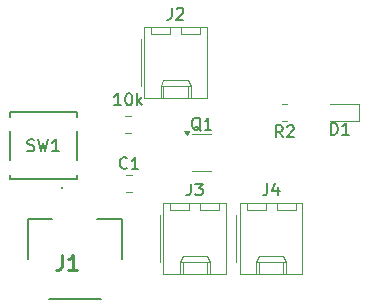
<source format=gto>
%TF.GenerationSoftware,KiCad,Pcbnew,8.0.0*%
%TF.CreationDate,2024-03-04T01:03:27-06:00*%
%TF.ProjectId,Haptic Feeback board,48617074-6963-4204-9665-656261636b20,rev?*%
%TF.SameCoordinates,Original*%
%TF.FileFunction,Legend,Top*%
%TF.FilePolarity,Positive*%
%FSLAX46Y46*%
G04 Gerber Fmt 4.6, Leading zero omitted, Abs format (unit mm)*
G04 Created by KiCad (PCBNEW 8.0.0) date 2024-03-04 01:03:27*
%MOMM*%
%LPD*%
G01*
G04 APERTURE LIST*
%ADD10C,0.150000*%
%ADD11C,0.254000*%
%ADD12C,0.152400*%
%ADD13C,0.120000*%
%ADD14C,0.200000*%
G04 APERTURE END LIST*
D10*
X129725318Y-94924801D02*
X129868175Y-94972420D01*
X129868175Y-94972420D02*
X130106270Y-94972420D01*
X130106270Y-94972420D02*
X130201508Y-94924801D01*
X130201508Y-94924801D02*
X130249127Y-94877181D01*
X130249127Y-94877181D02*
X130296746Y-94781943D01*
X130296746Y-94781943D02*
X130296746Y-94686705D01*
X130296746Y-94686705D02*
X130249127Y-94591467D01*
X130249127Y-94591467D02*
X130201508Y-94543848D01*
X130201508Y-94543848D02*
X130106270Y-94496229D01*
X130106270Y-94496229D02*
X129915794Y-94448610D01*
X129915794Y-94448610D02*
X129820556Y-94400991D01*
X129820556Y-94400991D02*
X129772937Y-94353372D01*
X129772937Y-94353372D02*
X129725318Y-94258134D01*
X129725318Y-94258134D02*
X129725318Y-94162896D01*
X129725318Y-94162896D02*
X129772937Y-94067658D01*
X129772937Y-94067658D02*
X129820556Y-94020039D01*
X129820556Y-94020039D02*
X129915794Y-93972420D01*
X129915794Y-93972420D02*
X130153889Y-93972420D01*
X130153889Y-93972420D02*
X130296746Y-94020039D01*
X130630080Y-93972420D02*
X130868175Y-94972420D01*
X130868175Y-94972420D02*
X131058651Y-94258134D01*
X131058651Y-94258134D02*
X131249127Y-94972420D01*
X131249127Y-94972420D02*
X131487223Y-93972420D01*
X132391984Y-94972420D02*
X131820556Y-94972420D01*
X132106270Y-94972420D02*
X132106270Y-93972420D01*
X132106270Y-93972420D02*
X132011032Y-94115277D01*
X132011032Y-94115277D02*
X131915794Y-94210515D01*
X131915794Y-94210515D02*
X131820556Y-94258134D01*
X143557666Y-97722219D02*
X143557666Y-98436504D01*
X143557666Y-98436504D02*
X143510047Y-98579361D01*
X143510047Y-98579361D02*
X143414809Y-98674600D01*
X143414809Y-98674600D02*
X143271952Y-98722219D01*
X143271952Y-98722219D02*
X143176714Y-98722219D01*
X143938619Y-97722219D02*
X144557666Y-97722219D01*
X144557666Y-97722219D02*
X144224333Y-98103171D01*
X144224333Y-98103171D02*
X144367190Y-98103171D01*
X144367190Y-98103171D02*
X144462428Y-98150790D01*
X144462428Y-98150790D02*
X144510047Y-98198409D01*
X144510047Y-98198409D02*
X144557666Y-98293647D01*
X144557666Y-98293647D02*
X144557666Y-98531742D01*
X144557666Y-98531742D02*
X144510047Y-98626980D01*
X144510047Y-98626980D02*
X144462428Y-98674600D01*
X144462428Y-98674600D02*
X144367190Y-98722219D01*
X144367190Y-98722219D02*
X144081476Y-98722219D01*
X144081476Y-98722219D02*
X143986238Y-98674600D01*
X143986238Y-98674600D02*
X143938619Y-98626980D01*
X138161733Y-96393380D02*
X138114114Y-96441000D01*
X138114114Y-96441000D02*
X137971257Y-96488619D01*
X137971257Y-96488619D02*
X137876019Y-96488619D01*
X137876019Y-96488619D02*
X137733162Y-96441000D01*
X137733162Y-96441000D02*
X137637924Y-96345761D01*
X137637924Y-96345761D02*
X137590305Y-96250523D01*
X137590305Y-96250523D02*
X137542686Y-96060047D01*
X137542686Y-96060047D02*
X137542686Y-95917190D01*
X137542686Y-95917190D02*
X137590305Y-95726714D01*
X137590305Y-95726714D02*
X137637924Y-95631476D01*
X137637924Y-95631476D02*
X137733162Y-95536238D01*
X137733162Y-95536238D02*
X137876019Y-95488619D01*
X137876019Y-95488619D02*
X137971257Y-95488619D01*
X137971257Y-95488619D02*
X138114114Y-95536238D01*
X138114114Y-95536238D02*
X138161733Y-95583857D01*
X139114114Y-96488619D02*
X138542686Y-96488619D01*
X138828400Y-96488619D02*
X138828400Y-95488619D01*
X138828400Y-95488619D02*
X138733162Y-95631476D01*
X138733162Y-95631476D02*
X138637924Y-95726714D01*
X138637924Y-95726714D02*
X138542686Y-95774333D01*
X155426905Y-93578819D02*
X155426905Y-92578819D01*
X155426905Y-92578819D02*
X155665000Y-92578819D01*
X155665000Y-92578819D02*
X155807857Y-92626438D01*
X155807857Y-92626438D02*
X155903095Y-92721676D01*
X155903095Y-92721676D02*
X155950714Y-92816914D01*
X155950714Y-92816914D02*
X155998333Y-93007390D01*
X155998333Y-93007390D02*
X155998333Y-93150247D01*
X155998333Y-93150247D02*
X155950714Y-93340723D01*
X155950714Y-93340723D02*
X155903095Y-93435961D01*
X155903095Y-93435961D02*
X155807857Y-93531200D01*
X155807857Y-93531200D02*
X155665000Y-93578819D01*
X155665000Y-93578819D02*
X155426905Y-93578819D01*
X156950714Y-93578819D02*
X156379286Y-93578819D01*
X156665000Y-93578819D02*
X156665000Y-92578819D01*
X156665000Y-92578819D02*
X156569762Y-92721676D01*
X156569762Y-92721676D02*
X156474524Y-92816914D01*
X156474524Y-92816914D02*
X156379286Y-92864533D01*
X150034666Y-97696819D02*
X150034666Y-98411104D01*
X150034666Y-98411104D02*
X149987047Y-98553961D01*
X149987047Y-98553961D02*
X149891809Y-98649200D01*
X149891809Y-98649200D02*
X149748952Y-98696819D01*
X149748952Y-98696819D02*
X149653714Y-98696819D01*
X150939428Y-98030152D02*
X150939428Y-98696819D01*
X150701333Y-97649200D02*
X150463238Y-98363485D01*
X150463238Y-98363485D02*
X151082285Y-98363485D01*
X141932066Y-82832419D02*
X141932066Y-83546704D01*
X141932066Y-83546704D02*
X141884447Y-83689561D01*
X141884447Y-83689561D02*
X141789209Y-83784800D01*
X141789209Y-83784800D02*
X141646352Y-83832419D01*
X141646352Y-83832419D02*
X141551114Y-83832419D01*
X142360638Y-82927657D02*
X142408257Y-82880038D01*
X142408257Y-82880038D02*
X142503495Y-82832419D01*
X142503495Y-82832419D02*
X142741590Y-82832419D01*
X142741590Y-82832419D02*
X142836828Y-82880038D01*
X142836828Y-82880038D02*
X142884447Y-82927657D01*
X142884447Y-82927657D02*
X142932066Y-83022895D01*
X142932066Y-83022895D02*
X142932066Y-83118133D01*
X142932066Y-83118133D02*
X142884447Y-83260990D01*
X142884447Y-83260990D02*
X142313019Y-83832419D01*
X142313019Y-83832419D02*
X142932066Y-83832419D01*
D11*
X132661667Y-103783918D02*
X132661667Y-104691061D01*
X132661667Y-104691061D02*
X132601190Y-104872489D01*
X132601190Y-104872489D02*
X132480238Y-104993442D01*
X132480238Y-104993442D02*
X132298809Y-105053918D01*
X132298809Y-105053918D02*
X132177857Y-105053918D01*
X133931667Y-105053918D02*
X133205952Y-105053918D01*
X133568809Y-105053918D02*
X133568809Y-103783918D01*
X133568809Y-103783918D02*
X133447857Y-103965346D01*
X133447857Y-103965346D02*
X133326905Y-104086299D01*
X133326905Y-104086299D02*
X133205952Y-104146775D01*
D10*
X151344333Y-93798819D02*
X151011000Y-93322628D01*
X150772905Y-93798819D02*
X150772905Y-92798819D01*
X150772905Y-92798819D02*
X151153857Y-92798819D01*
X151153857Y-92798819D02*
X151249095Y-92846438D01*
X151249095Y-92846438D02*
X151296714Y-92894057D01*
X151296714Y-92894057D02*
X151344333Y-92989295D01*
X151344333Y-92989295D02*
X151344333Y-93132152D01*
X151344333Y-93132152D02*
X151296714Y-93227390D01*
X151296714Y-93227390D02*
X151249095Y-93275009D01*
X151249095Y-93275009D02*
X151153857Y-93322628D01*
X151153857Y-93322628D02*
X150772905Y-93322628D01*
X151725286Y-92894057D02*
X151772905Y-92846438D01*
X151772905Y-92846438D02*
X151868143Y-92798819D01*
X151868143Y-92798819D02*
X152106238Y-92798819D01*
X152106238Y-92798819D02*
X152201476Y-92846438D01*
X152201476Y-92846438D02*
X152249095Y-92894057D01*
X152249095Y-92894057D02*
X152296714Y-92989295D01*
X152296714Y-92989295D02*
X152296714Y-93084533D01*
X152296714Y-93084533D02*
X152249095Y-93227390D01*
X152249095Y-93227390D02*
X151677667Y-93798819D01*
X151677667Y-93798819D02*
X152296714Y-93798819D01*
X144407661Y-93247657D02*
X144312423Y-93200038D01*
X144312423Y-93200038D02*
X144217185Y-93104800D01*
X144217185Y-93104800D02*
X144074328Y-92961942D01*
X144074328Y-92961942D02*
X143979090Y-92914323D01*
X143979090Y-92914323D02*
X143883852Y-92914323D01*
X143931471Y-93152419D02*
X143836233Y-93104800D01*
X143836233Y-93104800D02*
X143740995Y-93009561D01*
X143740995Y-93009561D02*
X143693376Y-92819085D01*
X143693376Y-92819085D02*
X143693376Y-92485752D01*
X143693376Y-92485752D02*
X143740995Y-92295276D01*
X143740995Y-92295276D02*
X143836233Y-92200038D01*
X143836233Y-92200038D02*
X143931471Y-92152419D01*
X143931471Y-92152419D02*
X144121947Y-92152419D01*
X144121947Y-92152419D02*
X144217185Y-92200038D01*
X144217185Y-92200038D02*
X144312423Y-92295276D01*
X144312423Y-92295276D02*
X144360042Y-92485752D01*
X144360042Y-92485752D02*
X144360042Y-92819085D01*
X144360042Y-92819085D02*
X144312423Y-93009561D01*
X144312423Y-93009561D02*
X144217185Y-93104800D01*
X144217185Y-93104800D02*
X144121947Y-93152419D01*
X144121947Y-93152419D02*
X143931471Y-93152419D01*
X145312423Y-93152419D02*
X144740995Y-93152419D01*
X145026709Y-93152419D02*
X145026709Y-92152419D01*
X145026709Y-92152419D02*
X144931471Y-92295276D01*
X144931471Y-92295276D02*
X144836233Y-92390514D01*
X144836233Y-92390514D02*
X144740995Y-92438133D01*
X137647561Y-91082019D02*
X137076133Y-91082019D01*
X137361847Y-91082019D02*
X137361847Y-90082019D01*
X137361847Y-90082019D02*
X137266609Y-90224876D01*
X137266609Y-90224876D02*
X137171371Y-90320114D01*
X137171371Y-90320114D02*
X137076133Y-90367733D01*
X138266609Y-90082019D02*
X138361847Y-90082019D01*
X138361847Y-90082019D02*
X138457085Y-90129638D01*
X138457085Y-90129638D02*
X138504704Y-90177257D01*
X138504704Y-90177257D02*
X138552323Y-90272495D01*
X138552323Y-90272495D02*
X138599942Y-90462971D01*
X138599942Y-90462971D02*
X138599942Y-90701066D01*
X138599942Y-90701066D02*
X138552323Y-90891542D01*
X138552323Y-90891542D02*
X138504704Y-90986780D01*
X138504704Y-90986780D02*
X138457085Y-91034400D01*
X138457085Y-91034400D02*
X138361847Y-91082019D01*
X138361847Y-91082019D02*
X138266609Y-91082019D01*
X138266609Y-91082019D02*
X138171371Y-91034400D01*
X138171371Y-91034400D02*
X138123752Y-90986780D01*
X138123752Y-90986780D02*
X138076133Y-90891542D01*
X138076133Y-90891542D02*
X138028514Y-90701066D01*
X138028514Y-90701066D02*
X138028514Y-90462971D01*
X138028514Y-90462971D02*
X138076133Y-90272495D01*
X138076133Y-90272495D02*
X138123752Y-90177257D01*
X138123752Y-90177257D02*
X138171371Y-90129638D01*
X138171371Y-90129638D02*
X138266609Y-90082019D01*
X139028514Y-91082019D02*
X139028514Y-90082019D01*
X139123752Y-90701066D02*
X139409466Y-91082019D01*
X139409466Y-90415352D02*
X139028514Y-90796304D01*
D12*
%TO.C,SW1*%
X128226551Y-91685501D02*
X128226551Y-92055462D01*
X128226551Y-93279742D02*
X128226551Y-95755460D01*
X128226551Y-96979740D02*
X128226551Y-97349701D01*
X128226551Y-97349701D02*
X133890751Y-97349701D01*
X133890751Y-91685501D02*
X128226551Y-91685501D01*
X133890751Y-92055462D02*
X133890751Y-91685501D01*
X133890751Y-95755460D02*
X133890751Y-93279742D01*
X133890751Y-97349701D02*
X133890751Y-96979740D01*
D13*
%TO.C,J3*%
X140951000Y-100387400D02*
X140951000Y-104387400D01*
X141241000Y-99357400D02*
X141241000Y-105377400D01*
X141241000Y-105377400D02*
X146541000Y-105377400D01*
X141821000Y-99357400D02*
X141821000Y-99957400D01*
X141821000Y-99957400D02*
X143421000Y-99957400D01*
X142621000Y-104377400D02*
X142871000Y-103847400D01*
X142621000Y-104377400D02*
X145161000Y-104377400D01*
X142621000Y-105377400D02*
X142621000Y-104377400D01*
X142871000Y-103847400D02*
X144911000Y-103847400D01*
X142871000Y-105377400D02*
X142871000Y-104377400D01*
X143421000Y-99957400D02*
X143421000Y-99357400D01*
X144361000Y-99357400D02*
X144361000Y-99957400D01*
X144361000Y-99957400D02*
X145961000Y-99957400D01*
X144911000Y-103847400D02*
X145161000Y-104377400D01*
X144911000Y-105377400D02*
X144911000Y-104377400D01*
X145161000Y-104377400D02*
X145161000Y-105377400D01*
X145961000Y-99957400D02*
X145961000Y-99357400D01*
X146541000Y-99357400D02*
X141241000Y-99357400D01*
X146541000Y-105377400D02*
X146541000Y-99357400D01*
%TO.C,C1*%
X138067148Y-96978800D02*
X138589652Y-96978800D01*
X138067148Y-98448800D02*
X138589652Y-98448800D01*
%TO.C,D1*%
X155365000Y-92429000D02*
X157825000Y-92429000D01*
X157825000Y-90959000D02*
X155365000Y-90959000D01*
X157825000Y-92429000D02*
X157825000Y-90959000D01*
%TO.C,J4*%
X147428000Y-100362000D02*
X147428000Y-104362000D01*
X147718000Y-99332000D02*
X147718000Y-105352000D01*
X147718000Y-105352000D02*
X153018000Y-105352000D01*
X148298000Y-99332000D02*
X148298000Y-99932000D01*
X148298000Y-99932000D02*
X149898000Y-99932000D01*
X149098000Y-104352000D02*
X149348000Y-103822000D01*
X149098000Y-104352000D02*
X151638000Y-104352000D01*
X149098000Y-105352000D02*
X149098000Y-104352000D01*
X149348000Y-103822000D02*
X151388000Y-103822000D01*
X149348000Y-105352000D02*
X149348000Y-104352000D01*
X149898000Y-99932000D02*
X149898000Y-99332000D01*
X150838000Y-99332000D02*
X150838000Y-99932000D01*
X150838000Y-99932000D02*
X152438000Y-99932000D01*
X151388000Y-103822000D02*
X151638000Y-104352000D01*
X151388000Y-105352000D02*
X151388000Y-104352000D01*
X151638000Y-104352000D02*
X151638000Y-105352000D01*
X152438000Y-99932000D02*
X152438000Y-99332000D01*
X153018000Y-99332000D02*
X147718000Y-99332000D01*
X153018000Y-105352000D02*
X153018000Y-99332000D01*
%TO.C,J2*%
X139325400Y-85497600D02*
X139325400Y-89497600D01*
X139615400Y-84467600D02*
X139615400Y-90487600D01*
X139615400Y-90487600D02*
X144915400Y-90487600D01*
X140195400Y-84467600D02*
X140195400Y-85067600D01*
X140195400Y-85067600D02*
X141795400Y-85067600D01*
X140995400Y-89487600D02*
X141245400Y-88957600D01*
X140995400Y-89487600D02*
X143535400Y-89487600D01*
X140995400Y-90487600D02*
X140995400Y-89487600D01*
X141245400Y-88957600D02*
X143285400Y-88957600D01*
X141245400Y-90487600D02*
X141245400Y-89487600D01*
X141795400Y-85067600D02*
X141795400Y-84467600D01*
X142735400Y-84467600D02*
X142735400Y-85067600D01*
X142735400Y-85067600D02*
X144335400Y-85067600D01*
X143285400Y-88957600D02*
X143535400Y-89487600D01*
X143285400Y-90487600D02*
X143285400Y-89487600D01*
X143535400Y-89487600D02*
X143535400Y-90487600D01*
X144335400Y-85067600D02*
X144335400Y-84467600D01*
X144915400Y-84467600D02*
X139615400Y-84467600D01*
X144915400Y-90487600D02*
X144915400Y-84467600D01*
D14*
%TO.C,J1*%
X129797000Y-100685600D02*
X129797000Y-104110600D01*
X129797000Y-100685600D02*
X131847000Y-100685600D01*
X131551000Y-107534600D02*
X135943000Y-107534600D01*
X137697000Y-100685600D02*
X135647000Y-100685600D01*
X137697000Y-100685600D02*
X137697000Y-104110600D01*
X132730000Y-98103600D02*
G75*
G02*
X132626000Y-98103600I-52000J0D01*
G01*
X132626000Y-98103600D02*
G75*
G02*
X132730000Y-98103600I52000J0D01*
G01*
D13*
%TO.C,R2*%
X151738064Y-90959000D02*
X151283936Y-90959000D01*
X151738064Y-92429000D02*
X151283936Y-92429000D01*
%TO.C,Q1*%
X144502900Y-93537600D02*
X143702900Y-93537600D01*
X144502900Y-93537600D02*
X145302900Y-93537600D01*
X144502900Y-96657600D02*
X143702900Y-96657600D01*
X144502900Y-96657600D02*
X145302900Y-96657600D01*
X143202900Y-93587600D02*
X142962900Y-93257600D01*
X143442900Y-93257600D01*
X143202900Y-93587600D01*
G36*
X143202900Y-93587600D02*
G01*
X142962900Y-93257600D01*
X143442900Y-93257600D01*
X143202900Y-93587600D01*
G37*
%TO.C,R1*%
X138015736Y-92000400D02*
X138469864Y-92000400D01*
X138015736Y-93470400D02*
X138469864Y-93470400D01*
%TD*%
M02*

</source>
